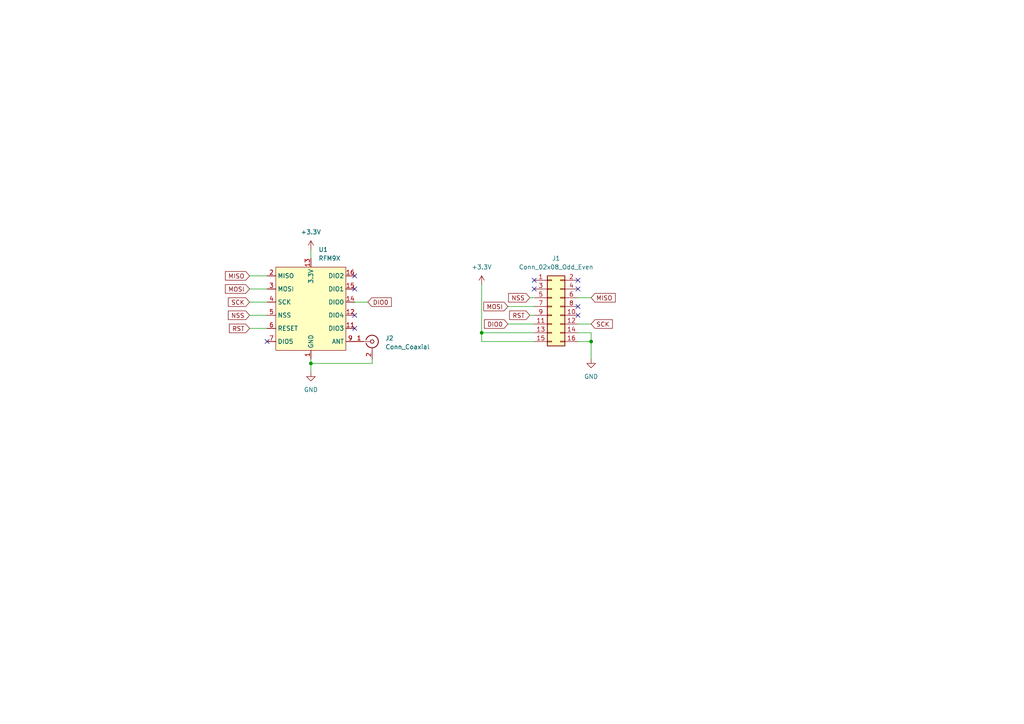
<source format=kicad_sch>
(kicad_sch (version 20230121) (generator eeschema)
  (paper "A4")
  (lib_symbols
    (symbol "Connector:Conn_Coaxial" (pin_names (offset 1.016) hide)
      (property "Reference" "J" (at 0.254 3.048 0))
      (property "Value" "Conn_Coaxial" (at 2.921 0 90))
      (symbol "Conn_Coaxial_0_1"
        (arc (start -1.778 -0.508) (mid 0.2311 -1.8066) (end 1.778 0) (stroke (width 0.254)))
        (polyline (pts (xy -2.54 0) (xy -0.508 0)))
        (polyline (pts (xy 0 -2.54) (xy 0 -1.778)))
        (circle (center 0 0) (radius 0.508) (stroke (width 0.2032)))
        (arc (start 1.778 0) (mid 0.2099 1.8101) (end -1.778 0.508) (stroke (width 0.254)))
      )
      (symbol "Conn_Coaxial_1_1"
        (pin passive line (at -5.08 0 0) (length 2.54) (name "In") (number "1"))
        (pin passive line (at 0 -5.08 90) (length 2.54) (name "Ext") (number "2"))
      )
    )
    (symbol "Connector_Generic:Conn_02x08_Odd_Even" (pin_names (offset 1.016) hide)
      (property "Reference" "J" (at 1.27 10.16 0))
      (property "Value" "Conn_02x08_Odd_Even" (at 1.27 -12.7 0))
      (symbol "Conn_02x08_Odd_Even_1_1"
        (rectangle (start -1.27 -10.033) (end 0 -10.287) (stroke (width 0.1524)))
        (rectangle (start -1.27 -7.493) (end 0 -7.747) (stroke (width 0.1524)))
        (rectangle (start -1.27 -4.953) (end 0 -5.207) (stroke (width 0.1524)))
        (rectangle (start -1.27 -2.413) (end 0 -2.667) (stroke (width 0.1524)))
        (rectangle (start -1.27 0.127) (end 0 -0.127) (stroke (width 0.1524)))
        (rectangle (start -1.27 2.667) (end 0 2.413) (stroke (width 0.1524)))
        (rectangle (start -1.27 5.207) (end 0 4.953) (stroke (width 0.1524)))
        (rectangle (start -1.27 7.747) (end 0 7.493) (stroke (width 0.1524)))
        (rectangle (start -1.27 8.89) (end 3.81 -11.43) (stroke (width 0.254)) (fill (type background)))
        (rectangle (start 3.81 -10.033) (end 2.54 -10.287) (stroke (width 0.1524)))
        (rectangle (start 3.81 -7.493) (end 2.54 -7.747) (stroke (width 0.1524)))
        (rectangle (start 3.81 -4.953) (end 2.54 -5.207) (stroke (width 0.1524)))
        (rectangle (start 3.81 -2.413) (end 2.54 -2.667) (stroke (width 0.1524)))
        (rectangle (start 3.81 0.127) (end 2.54 -0.127) (stroke (width 0.1524)))
        (rectangle (start 3.81 2.667) (end 2.54 2.413) (stroke (width 0.1524)))
        (rectangle (start 3.81 5.207) (end 2.54 4.953) (stroke (width 0.1524)))
        (rectangle (start 3.81 7.747) (end 2.54 7.493) (stroke (width 0.1524)))
        (pin passive line (at -5.08 7.62 0) (length 3.81) (name "Pin_1") (number "1"))
        (pin passive line (at 7.62 -2.54 180) (length 3.81) (name "Pin_10") (number "10"))
        (pin passive line (at -5.08 -5.08 0) (length 3.81) (name "Pin_11") (number "11"))
        (pin passive line (at 7.62 -5.08 180) (length 3.81) (name "Pin_12") (number "12"))
        (pin passive line (at -5.08 -7.62 0) (length 3.81) (name "Pin_13") (number "13"))
        (pin passive line (at 7.62 -7.62 180) (length 3.81) (name "Pin_14") (number "14"))
        (pin passive line (at -5.08 -10.16 0) (length 3.81) (name "Pin_15") (number "15"))
        (pin passive line (at 7.62 -10.16 180) (length 3.81) (name "Pin_16") (number "16"))
        (pin passive line (at 7.62 7.62 180) (length 3.81) (name "Pin_2") (number "2"))
        (pin passive line (at -5.08 5.08 0) (length 3.81) (name "Pin_3") (number "3"))
        (pin passive line (at 7.62 5.08 180) (length 3.81) (name "Pin_4") (number "4"))
        (pin passive line (at -5.08 2.54 0) (length 3.81) (name "Pin_5") (number "5"))
        (pin passive line (at 7.62 2.54 180) (length 3.81) (name "Pin_6") (number "6"))
        (pin passive line (at -5.08 0 0) (length 3.81) (name "Pin_7") (number "7"))
        (pin passive line (at 7.62 0 180) (length 3.81) (name "Pin_8") (number "8"))
        (pin passive line (at -5.08 -2.54 0) (length 3.81) (name "Pin_9") (number "9"))
      )
    )
    (symbol "johnymalina_radios:RFM9X"
      (property "Reference" "U" (at -8.89 12.7 0))
      (property "Value" "RFM9X" (at 0 0 0))
      (symbol "RFM9X_0_1"
        (rectangle (start -10.16 11.43) (end 10.16 -12.7) (fill (type background)))
      )
      (symbol "RFM9X_1_1"
        (pin power_in line (at 0 -15.24 90) (length 2.54) (name "GND") (number "1"))
        (pin power_in line (at 0 -15.24 90) (length 2.54) hide (name "GND") (number "10"))
        (pin input line (at 12.7 -6.35 180) (length 2.54) (name "DIO3") (number "11"))
        (pin input line (at 12.7 -2.54 180) (length 2.54) (name "DIO4") (number "12"))
        (pin power_in line (at 0 13.97 270) (length 2.54) (name "3.3V") (number "13"))
        (pin input line (at 12.7 1.27 180) (length 2.54) (name "DIO0") (number "14"))
        (pin input line (at 12.7 5.08 180) (length 2.54) (name "DIO1") (number "15"))
        (pin input line (at 12.7 8.89 180) (length 2.54) (name "DIO2") (number "16"))
        (pin input line (at -12.7 8.89 0) (length 2.54) (name "MISO") (number "2"))
        (pin input line (at -12.7 5.08 0) (length 2.54) (name "MOSI") (number "3"))
        (pin input line (at -12.7 1.27 0) (length 2.54) (name "SCK") (number "4"))
        (pin input line (at -12.7 -2.54 0) (length 2.54) (name "NSS") (number "5"))
        (pin input line (at -12.7 -6.35 0) (length 2.54) (name "RESET") (number "6"))
        (pin input line (at -12.7 -10.16 0) (length 2.54) (name "DIO5") (number "7"))
        (pin power_in line (at 0 -15.24 90) (length 2.54) hide (name "GND") (number "8"))
        (pin input line (at 12.7 -10.16 180) (length 2.54) (name "ANT") (number "9"))
      )
    )
    (symbol "power:+3.3V" (power) (pin_names (offset 0))
      (property "Value" "+3.3V" (at 0 3.556 0))
      (symbol "+3.3V_0_1"
        (polyline (pts (xy -0.762 1.27) (xy 0 2.54)))
        (polyline (pts (xy 0 0) (xy 0 2.54)))
        (polyline (pts (xy 0 2.54) (xy 0.762 1.27)))
      )
      (symbol "+3.3V_1_1"
        (pin power_in line (at 0 0 90) (length 0) hide (name "+3.3V") (number "1"))
      )
    )
    (symbol "power:GND" (power) (pin_names (offset 0))
      (property "Value" "GND" (at 0 -3.81 0))
      (symbol "GND_0_1"
        (polyline (pts (xy 0 0) (xy 0 -1.27) (xy 1.27 -1.27) (xy 0 -2.54) (xy -1.27 -1.27) (xy 0 -1.27)))
      )
      (symbol "GND_1_1"
        (pin power_in line (at 0 0 270) (length 0) hide (name "GND") (number "1"))
      )
    )
  )
  (junction (at 171.45 99.06))
  (junction (at 90.17 105.41))
  (junction (at 139.7 96.52))
  (no_connect (at 77.47 99.06))
  (no_connect (at 167.64 91.44))
  (no_connect (at 154.94 81.28))
  (no_connect (at 102.87 83.82))
  (no_connect (at 102.87 95.25))
  (no_connect (at 102.87 80.01))
  (no_connect (at 102.87 91.44))
  (no_connect (at 167.64 83.82))
  (no_connect (at 167.64 81.28))
  (no_connect (at 167.64 88.9))
  (no_connect (at 154.94 83.82))
  (wire (pts (xy 106.68 87.63) (xy 102.87 87.63)))
  (wire (pts (xy 72.39 95.25) (xy 77.47 95.25)))
  (wire (pts (xy 154.94 96.52) (xy 139.7 96.52)))
  (wire (pts (xy 72.39 80.01) (xy 77.47 80.01)))
  (wire (pts (xy 72.39 87.63) (xy 77.47 87.63)))
  (wire (pts (xy 147.32 88.9) (xy 154.94 88.9)))
  (wire (pts (xy 90.17 105.41) (xy 90.17 107.95)))
  (wire (pts (xy 171.45 86.36) (xy 167.64 86.36)))
  (wire (pts (xy 139.7 99.06) (xy 139.7 96.52)))
  (wire (pts (xy 107.95 104.14) (xy 107.95 105.41)))
  (wire (pts (xy 171.45 99.06) (xy 171.45 104.14)))
  (wire (pts (xy 153.67 86.36) (xy 154.94 86.36)))
  (wire (pts (xy 72.39 91.44) (xy 77.47 91.44)))
  (wire (pts (xy 90.17 105.41) (xy 107.95 105.41)))
  (wire (pts (xy 167.64 96.52) (xy 171.45 96.52)))
  (wire (pts (xy 167.64 99.06) (xy 171.45 99.06)))
  (wire (pts (xy 171.45 96.52) (xy 171.45 99.06)))
  (wire (pts (xy 139.7 96.52) (xy 139.7 82.55)))
  (wire (pts (xy 153.67 91.44) (xy 154.94 91.44)))
  (wire (pts (xy 154.94 99.06) (xy 139.7 99.06)))
  (wire (pts (xy 90.17 104.14) (xy 90.17 105.41)))
  (wire (pts (xy 90.17 72.39) (xy 90.17 74.93)))
  (wire (pts (xy 72.39 83.82) (xy 77.47 83.82)))
  (wire (pts (xy 147.32 93.98) (xy 154.94 93.98)))
  (wire (pts (xy 171.45 93.98) (xy 167.64 93.98)))
  (global_label "MOSI" (shape input) (at 147.32 88.9 180) (property "Intersheetrefs" "${INTERSHEET_REFS}" (effects hide)))
  (global_label "MOSI" (shape input) (at 72.39 83.82 180) (property "Intersheetrefs" "${INTERSHEET_REFS}" (effects hide)))
  (global_label "RST" (shape input) (at 153.67 91.44 180) (property "Intersheetrefs" "${INTERSHEET_REFS}" (effects hide)))
  (global_label "NSS" (shape input) (at 153.67 86.36 180) (property "Intersheetrefs" "${INTERSHEET_REFS}" (effects hide)))
  (global_label "MISO" (shape input) (at 72.39 80.01 180) (property "Intersheetrefs" "${INTERSHEET_REFS}" (effects hide)))
  (global_label "SCK" (shape input) (at 72.39 87.63 180) (property "Intersheetrefs" "${INTERSHEET_REFS}" (effects hide)))
  (global_label "MISO" (shape input) (at 171.45 86.36 0) (property "Intersheetrefs" "${INTERSHEET_REFS}" (effects hide)))
  (global_label "DIO0" (shape input) (at 106.68 87.63 0) (property "Intersheetrefs" "${INTERSHEET_REFS}" (effects hide)))
  (global_label "RST" (shape input) (at 72.39 95.25 180) (property "Intersheetrefs" "${INTERSHEET_REFS}" (effects hide)))
  (global_label "SCK" (shape input) (at 171.45 93.98 0) (property "Intersheetrefs" "${INTERSHEET_REFS}" (effects hide)))
  (global_label "NSS" (shape input) (at 72.39 91.44 180) (property "Intersheetrefs" "${INTERSHEET_REFS}" (effects hide)))
  (global_label "DIO0" (shape input) (at 147.32 93.98 180) (property "Intersheetrefs" "${INTERSHEET_REFS}" (effects hide)))
  (symbol (lib_id "Connector:Conn_Coaxial") (at 107.95 99.06 0) (unit 1)
    (property "Reference" "J2" (at 111.76 98.0832 0) (effects (justify left)))
    (property "Value" "Conn_Coaxial" (at 111.76 100.6232 0) (effects (justify left)))
    (property "Footprint" "connectors_johnymalina:IPX4_antena" (effects hide))
    (property "Datasheet" " ~" (effects hide))
  )
  (symbol (lib_id "power:GND") (at 90.17 107.95 0) (unit 1)
    (property "Reference" "#PWR04" (effects hide))
    (property "Value" "GND" (at 90.17 113.03 0))
  )
  (symbol (lib_id "power:+3.3V") (at 90.17 72.39 0) (unit 1)
    (property "Reference" "#PWR03" (effects hide))
    (property "Value" "+3.3V" (at 90.17 67.31 0))
  )
  (symbol (lib_id "johnymalina_radios:RFM9X") (at 90.17 88.9 0) (unit 1)
    (property "Reference" "U1" (at 92.3641 72.39 0) (effects (justify left)))
    (property "Value" "RFM9X" (at 92.3641 74.93 0) (effects (justify left)))
    (property "Footprint" "radios_johnymalina:rfmxx_lora_module" (effects hide))
  )
  (symbol (lib_id "Connector_Generic:Conn_02x08_Odd_Even") (at 160.02 88.9 0) (unit 1)
    (property "Reference" "J1" (at 161.29 74.93 0))
    (property "Value" "Conn_02x08_Odd_Even" (at 161.29 77.47 0))
    (property "Footprint" "Connector_PinHeader_2.54mm:PinHeader_2x08_P2.54mm_Vertical" (effects hide))
  )
  (symbol (lib_id "power:+3.3V") (at 139.7 82.55 0) (unit 1)
    (property "Reference" "#PWR01" (effects hide))
    (property "Value" "+3.3V" (at 139.7 77.47 0))
  )
  (symbol (lib_id "power:GND") (at 171.45 104.14 0) (unit 1)
    (property "Reference" "#PWR02" (effects hide))
    (property "Value" "GND" (at 171.45 109.22 0))
  )
)
</source>
